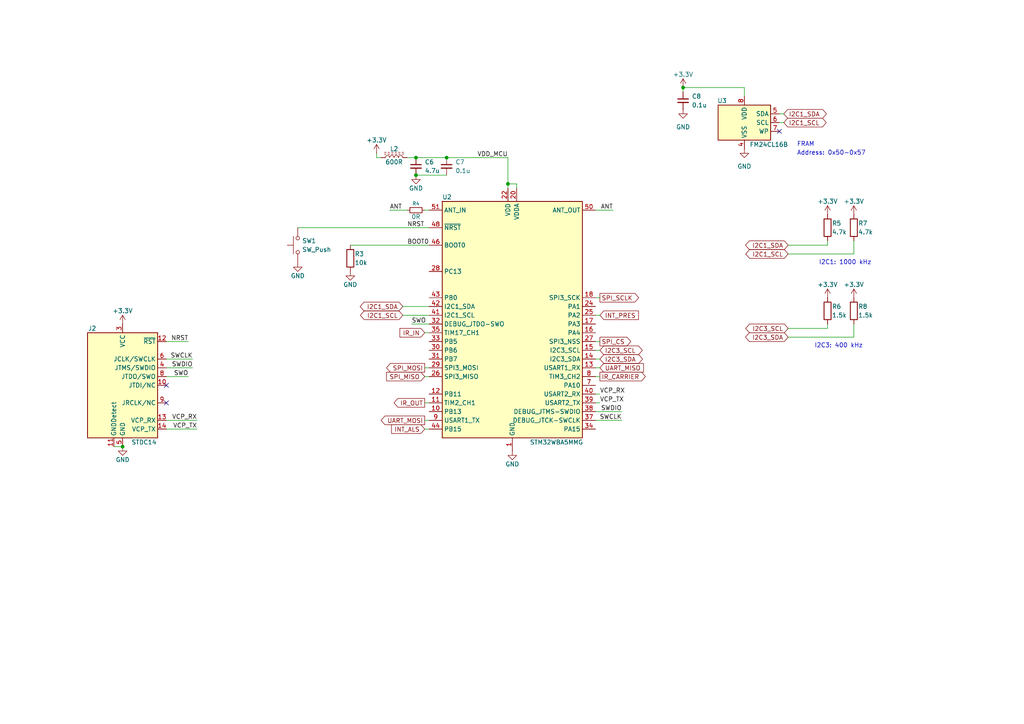
<source format=kicad_sch>
(kicad_sch (version 20250114) (generator "eeschema") (generator_version "9.0")
  (paper "A4")
  (lib_symbols
    (symbol "Connector:Conn_ST_STDC14"
      (property "Reference" "J" (at -8.89 16.51 0))
      (property "Value" "Conn_ST_STDC14" (at 17.78 16.51 0))
      (symbol "Conn_ST_STDC14_0_1"
        (rectangle (start -10.16 15.24) (end 10.16 -15.24) (stroke (width 0.254)) (fill (type background)))
      )
      (symbol "Conn_ST_STDC14_1_1"
        (pin no_connect line (at -10.16 5.08 0) (length 2.54) (hide yes) (name "NC") (number "1"))
        (pin no_connect line (at -10.16 2.54 0) (length 2.54) (hide yes) (name "NC") (number "2"))
        (pin passive line (at -2.54 -17.78 90) (length 2.54) (name "GNDDetect") (number "11"))
        (pin power_in line (at 0 17.78 270) (length 2.54) (name "VCC") (number "3"))
        (pin power_in line (at 0 -17.78 90) (length 2.54) (name "GND") (number "5"))
        (pin passive line (at 0 -17.78 90) (length 2.54) (hide yes) (name "GND") (number "7"))
        (pin open_collector line (at 12.7 12.7 180) (length 2.54) (name "~{RST}") (number "12"))
        (pin output line (at 12.7 7.62 180) (length 2.54) (name "JCLK/SWCLK") (number "6"))
        (pin bidirectional line (at 12.7 5.08 180) (length 2.54) (name "JTMS/SWDIO") (number "4"))
        (pin input line (at 12.7 2.54 180) (length 2.54) (name "JTDO/SWO") (number "8"))
        (pin output line (at 12.7 0 180) (length 2.54) (name "JTDI/NC") (number "10"))
        (pin input line (at 12.7 -5.08 180) (length 2.54) (name "JRCLK/NC") (number "9"))
        (pin output line (at 12.7 -10.16 180) (length 2.54) (name "VCP_RX") (number "13"))
        (pin input line (at 12.7 -12.7 180) (length 2.54) (name "VCP_TX") (number "14"))
      )
    )
    (symbol "DWlib:STM32WBA5MMG"
      (property "Reference" "U" (at -19.812 35.56 0))
      (property "Value" "STM32WBA5MMG" (at 16.764 35.56 0))
      (symbol "STM32WBA5MMG_0_0"
        (pin power_in line (at 0 -38.1 90) (length 3.81) (name "GND") (number "1"))
      )
      (symbol "STM32WBA5MMG_0_1"
        (rectangle (start -20.32 34.29) (end 20.32 -34.29) (stroke (width 0.254)) (fill (type background)))
      )
      (symbol "STM32WBA5MMG_1_1"
        (pin input line (at -24.13 31.75 0) (length 3.81) (name "ANT_IN") (number "51"))
        (pin bidirectional line (at -24.13 26.67 0) (length 3.81) (name "~{NRST}") (number "48"))
        (pin bidirectional line (at -24.13 21.59 0) (length 3.81) (name "BOOT0") (number "46"))
        (pin bidirectional line (at -24.13 13.97 0) (length 3.81) (name "PC13") (number "28"))
        (pin bidirectional line (at -24.13 6.35 0) (length 3.81) (name "PB0") (number "43") (alternate "USART2_TX" bidirectional line))
        (pin bidirectional line (at -24.13 3.81 0) (length 3.81) (name "PB1") (number "42") (alternate "I2C1_SDA" bidirectional line) (alternate "I2C3_SDA" bidirectional line))
        (pin bidirectional line (at -24.13 1.27 0) (length 3.81) (name "PB2") (number "41") (alternate "I2C1_SCL" bidirectional line) (alternate "I2C3_SCL" bidirectional line))
        (pin bidirectional line (at -24.13 -1.27 0) (length 3.81) (name "PB3") (number "32") (alternate "DEBUG_JTDO-SWO" bidirectional line) (alternate "I2C1_SDA" bidirectional line))
        (pin bidirectional line (at -24.13 -3.81 0) (length 3.81) (name "PB4") (number "35") (alternate "TIM17_CH1" bidirectional line) (alternate "USART2_RX" bidirectional line))
        (pin bidirectional line (at -24.13 -6.35 0) (length 3.81) (name "PB5") (number "33"))
        (pin bidirectional line (at -24.13 -8.89 0) (length 3.81) (name "PB6") (number "30") (alternate "TIM2_CH1" bidirectional line))
        (pin bidirectional line (at -24.13 -11.43 0) (length 3.81) (name "PB7") (number "31"))
        (pin bidirectional line (at -24.13 -13.97 0) (length 3.81) (name "PB8") (number "29") (alternate "SPI3_MOSI" bidirectional line) (alternate "USART2_RX" bidirectional line))
        (pin bidirectional line (at -24.13 -16.51 0) (length 3.81) (name "PB9") (number "26") (alternate "SPI3_MISO" bidirectional line))
        (pin bidirectional line (at -24.13 -21.59 0) (length 3.81) (name "PB11") (number "12"))
        (pin bidirectional line (at -24.13 -24.13 0) (length 3.81) (name "PB12") (number "11") (alternate "TIM2_CH1" bidirectional line) (alternate "USART1_TX" bidirectional line))
        (pin bidirectional line (at -24.13 -26.67 0) (length 3.81) (name "PB13") (number "10"))
        (pin bidirectional line (at -24.13 -29.21 0) (length 3.81) (name "PB14") (number "9") (alternate "USART1_TX" bidirectional line))
        (pin bidirectional line (at -24.13 -31.75 0) (length 3.81) (name "PB15") (number "44") (alternate "I2C1_SCL" bidirectional line))
        (pin power_in line (at -1.27 38.1 270) (length 3.81) (name "VDD") (number "22"))
        (pin power_in line (at 0 -38.1 90) (length 3.81) (hide yes) (name "GND") (number "19"))
        (pin power_in line (at 0 -38.1 90) (length 3.81) (hide yes) (name "GND") (number "21"))
        (pin power_in line (at 0 -38.1 90) (length 3.81) (hide yes) (name "GND") (number "23"))
        (pin power_in line (at 0 -38.1 90) (length 3.81) (hide yes) (name "GND") (number "36"))
        (pin power_in line (at 0 -38.1 90) (length 3.81) (hide yes) (name "GND") (number "45"))
        (pin power_in line (at 0 -38.1 90) (length 3.81) (hide yes) (name "GND") (number "47"))
        (pin power_in line (at 0 -38.1 90) (length 3.81) (hide yes) (name "GND") (number "49"))
        (pin power_in line (at 0 -38.1 90) (length 3.81) (hide yes) (name "GND") (number "52"))
        (pin power_in line (at 0 -38.1 90) (length 3.81) (hide yes) (name "GND") (number "53"))
        (pin power_in line (at 0 -38.1 90) (length 3.81) (hide yes) (name "GND") (number "54"))
        (pin power_in line (at 0 -38.1 90) (length 3.81) (hide yes) (name "GND") (number "55"))
        (pin power_in line (at 0 -38.1 90) (length 3.81) (hide yes) (name "GND") (number "57"))
        (pin power_in line (at 0 -38.1 90) (length 3.81) (hide yes) (name "GND") (number "58"))
        (pin power_in line (at 0 -38.1 90) (length 3.81) (hide yes) (name "GND") (number "6"))
        (pin power_in line (at 0 -38.1 90) (length 3.81) (hide yes) (name "GND") (number "60"))
        (pin power_in line (at 0 -38.1 90) (length 3.81) (hide yes) (name "GND") (number "61"))
        (pin power_in line (at 0 -38.1 90) (length 3.81) (hide yes) (name "GND") (number "62"))
        (pin power_in line (at 0 -38.1 90) (length 3.81) (hide yes) (name "GND") (number "63"))
        (pin power_in line (at 0 -38.1 90) (length 3.81) (hide yes) (name "GND") (number "64"))
        (pin power_in line (at 0 -38.1 90) (length 3.81) (hide yes) (name "GND") (number "65"))
        (pin power_in line (at 0 -38.1 90) (length 3.81) (hide yes) (name "GND") (number "66"))
        (pin power_in line (at 0 -38.1 90) (length 3.81) (hide yes) (name "GND") (number "67"))
        (pin power_in line (at 0 -38.1 90) (length 3.81) (hide yes) (name "GND") (number "68"))
        (pin power_in line (at 0 -38.1 90) (length 3.81) (hide yes) (name "GND") (number "69"))
        (pin power_in line (at 0 -38.1 90) (length 3.81) (hide yes) (name "GND") (number "70"))
        (pin power_in line (at 0 -38.1 90) (length 3.81) (hide yes) (name "GND") (number "71"))
        (pin power_in line (at 0 -38.1 90) (length 3.81) (hide yes) (name "GND") (number "72"))
        (pin power_in line (at 0 -38.1 90) (length 3.81) (hide yes) (name "GND") (number "73"))
        (pin power_in line (at 0 -38.1 90) (length 3.81) (hide yes) (name "GND") (number "74"))
        (pin power_in line (at 0 -38.1 90) (length 3.81) (hide yes) (name "GND") (number "75"))
        (pin power_in line (at 0 -38.1 90) (length 3.81) (hide yes) (name "GND") (number "76"))
        (pin power_in line (at 1.27 38.1 270) (length 3.81) (name "VDDA") (number "20"))
        (pin no_connect line (at 2.54 -34.29 90) (length 3.81) (hide yes) (name "GND") (number "2"))
        (pin no_connect line (at 2.54 -34.29 90) (length 3.81) (hide yes) (name "GND") (number "3"))
        (pin no_connect line (at 2.54 -34.29 90) (length 3.81) (hide yes) (name "GND") (number "4"))
        (pin no_connect line (at 2.54 -34.29 90) (length 3.81) (hide yes) (name "GND") (number "5"))
        (pin no_connect line (at 2.54 -34.29 90) (length 3.81) (hide yes) (name "GND") (number "56"))
        (pin no_connect line (at 2.54 -34.29 90) (length 3.81) (hide yes) (name "GND") (number "59"))
        (pin output line (at 24.13 31.75 180) (length 3.81) (name "ANT_OUT") (number "50"))
        (pin bidirectional line (at 24.13 6.35 180) (length 3.81) (name "PA0") (number "18") (alternate "SPI3_SCK" bidirectional line))
        (pin bidirectional line (at 24.13 3.81 180) (length 3.81) (name "PA1") (number "24") (alternate "TIM17_CH1" bidirectional line) (alternate "TIM3_CH2" bidirectional line))
        (pin bidirectional line (at 24.13 1.27 180) (length 3.81) (name "PA2") (number "25"))
        (pin bidirectional line (at 24.13 -1.27 180) (length 3.81) (name "PA3") (number "17"))
        (pin bidirectional line (at 24.13 -3.81 180) (length 3.81) (name "PA4") (number "16"))
        (pin bidirectional line (at 24.13 -6.35 180) (length 3.81) (name "PA5") (number "27") (alternate "SPI3_NSS" bidirectional line) (alternate "TIM2_CH1" bidirectional line))
        (pin bidirectional line (at 24.13 -8.89 180) (length 3.81) (name "PA6") (number "15") (alternate "I2C3_SCL" bidirectional line))
        (pin bidirectional line (at 24.13 -11.43 180) (length 3.81) (name "PA7") (number "14") (alternate "I2C3_SDA" bidirectional line))
        (pin bidirectional line (at 24.13 -13.97 180) (length 3.81) (name "PA8") (number "13") (alternate "USART1_RX" bidirectional line))
        (pin bidirectional line (at 24.13 -16.51 180) (length 3.81) (name "PA9") (number "8") (alternate "TIM3_CH2" bidirectional line))
        (pin bidirectional line (at 24.13 -19.05 180) (length 3.81) (name "PA10") (number "7"))
        (pin bidirectional line (at 24.13 -21.59 180) (length 3.81) (name "PA11") (number "40") (alternate "USART2_RX" bidirectional line))
        (pin bidirectional line (at 24.13 -24.13 180) (length 3.81) (name "PA12") (number "39") (alternate "USART2_TX" bidirectional line))
        (pin bidirectional line (at 24.13 -26.67 180) (length 3.81) (name "PA13") (number "38") (alternate "DEBUG_JTMS-SWDIO" bidirectional line))
        (pin bidirectional line (at 24.13 -29.21 180) (length 3.81) (name "PA14") (number "37") (alternate "DEBUG_JTCK-SWCLK" bidirectional line) (alternate "USART2_TX" bidirectional line))
        (pin bidirectional line (at 24.13 -31.75 180) (length 3.81) (name "PA15") (number "34") (alternate "I2C1_SCL" bidirectional line))
      )
    )
    (symbol "Device:C_Small" (pin_numbers (hide yes)) (pin_names (offset 0.254) (hide yes))
      (property "Reference" "C" (at 0.254 1.778 0))
      (property "Value" "C_Small" (at 0.254 -2.032 0))
      (symbol "C_Small_0_1"
        (polyline (pts (xy -1.524 0.508) (xy 1.524 0.508)) (stroke (width 0.3048)))
        (polyline (pts (xy -1.524 -0.508) (xy 1.524 -0.508)) (stroke (width 0.3302)))
      )
      (symbol "C_Small_1_1"
        (pin passive line (at 0 2.54 270) (length 2.032) (name "~") (number "1"))
        (pin passive line (at 0 -2.54 90) (length 2.032) (name "~") (number "2"))
      )
    )
    (symbol "Device:L_Ferrite" (pin_numbers (hide yes)) (pin_names (offset 1.016) (hide yes))
      (property "Reference" "L" (at -1.27 0 90))
      (property "Value" "L_Ferrite" (at 2.794 0 90))
      (symbol "L_Ferrite_0_1"
        (arc (start 0 2.54) (mid 0.6323 1.905) (end 0 1.27))
        (arc (start 0 1.27) (mid 0.6323 0.635) (end 0 0))
        (arc (start 0 0) (mid 0.6323 -0.635) (end 0 -1.27))
        (arc (start 0 -1.27) (mid 0.6323 -1.905) (end 0 -2.54))
        (polyline (pts (xy 1.016 2.286) (xy 1.016 2.794)))
        (polyline (pts (xy 1.016 1.27) (xy 1.016 1.778)))
        (polyline (pts (xy 1.016 0.254) (xy 1.016 0.762)))
        (polyline (pts (xy 1.016 -0.762) (xy 1.016 -0.254)))
        (polyline (pts (xy 1.016 -1.778) (xy 1.016 -1.27)))
        (polyline (pts (xy 1.016 -2.794) (xy 1.016 -2.286)))
        (polyline (pts (xy 1.524 2.794) (xy 1.524 2.286)))
        (polyline (pts (xy 1.524 1.778) (xy 1.524 1.27)))
        (polyline (pts (xy 1.524 0.762) (xy 1.524 0.254)))
        (polyline (pts (xy 1.524 -0.254) (xy 1.524 -0.762)))
        (polyline (pts (xy 1.524 -1.27) (xy 1.524 -1.778)))
        (polyline (pts (xy 1.524 -2.286) (xy 1.524 -2.794)))
      )
      (symbol "L_Ferrite_1_1"
        (pin passive line (at 0 3.81 270) (length 1.27) (name "1") (number "1"))
        (pin passive line (at 0 -3.81 90) (length 1.27) (name "2") (number "2"))
      )
    )
    (symbol "Device:R" (pin_numbers (hide yes)) (pin_names (offset 0))
      (property "Reference" "R" (at 2.032 0 90))
      (property "Value" "R" (at 0 0 90))
      (symbol "R_0_1"
        (rectangle (start -1.016 -2.54) (end 1.016 2.54) (stroke (width 0.254)))
      )
      (symbol "R_1_1"
        (pin passive line (at 0 3.81 270) (length 1.27) (name "~") (number "1"))
        (pin passive line (at 0 -3.81 90) (length 1.27) (name "~") (number "2"))
      )
    )
    (symbol "Device:R_Small" (pin_numbers (hide yes)) (pin_names (offset 0.254) (hide yes))
      (property "Reference" "R" (at 0 0 90))
      (property "Value" "R_Small" (at 1.778 0 90))
      (symbol "R_Small_0_1"
        (rectangle (start -0.762 1.778) (end 0.762 -1.778) (stroke (width 0.2032)))
      )
      (symbol "R_Small_1_1"
        (pin passive line (at 0 2.54 270) (length 0.762) (name "~") (number "1"))
        (pin passive line (at 0 -2.54 90) (length 0.762) (name "~") (number "2"))
      )
    )
    (symbol "Memory_NVRAM:FM24CL16B"
      (property "Reference" "U" (at -5.08 8.89 0))
      (property "Value" "FM24CL16B" (at 6.35 -8.89 0))
      (symbol "FM24CL16B_0_1"
        (rectangle (start -7.62 5.08) (end 7.62 -5.08) (stroke (width 0.254)) (fill (type background)))
      )
      (symbol "FM24CL16B_1_1"
        (pin no_connect line (at -7.62 2.54 0) (length 2.54) (hide yes) (name "~") (number "1"))
        (pin no_connect line (at -7.62 0 0) (length 2.54) (hide yes) (name "~") (number "3"))
        (pin no_connect line (at -7.62 -2.54 0) (length 2.54) (hide yes) (name "~") (number "2"))
        (pin power_in line (at 0 7.62 270) (length 2.54) (name "VDD") (number "8"))
        (pin power_in line (at 0 -7.62 90) (length 2.54) (name "VSS") (number "4"))
        (pin bidirectional line (at 10.16 2.54 180) (length 2.54) (name "SDA") (number "5"))
        (pin input line (at 10.16 0 180) (length 2.54) (name "SCL") (number "6"))
        (pin input line (at 10.16 -2.54 180) (length 2.54) (name "WP") (number "7"))
      )
    )
    (symbol "Switch:SW_Push" (pin_numbers (hide yes)) (pin_names (offset 1.016) (hide yes))
      (property "Reference" "SW" (at 1.27 2.54 0))
      (property "Value" "SW_Push" (at 0 -1.524 0))
      (symbol "SW_Push_0_1"
        (circle (center -2.032 0) (radius 0.508))
        (polyline (pts (xy 0 1.27) (xy 0 3.048)))
        (circle (center 2.032 0) (radius 0.508))
        (polyline (pts (xy 2.54 1.27) (xy -2.54 1.27)))
        (pin passive line (at -5.08 0 0) (length 2.54) (name "1") (number "1"))
        (pin passive line (at 5.08 0 180) (length 2.54) (name "2") (number "2"))
      )
    )
    (symbol "power:+3.3V" (power) (pin_numbers (hide yes)) (pin_names (offset 0) (hide yes))
      (property "Value" "+3.3V" (at 0 3.556 0))
      (symbol "+3.3V_0_1"
        (polyline (pts (xy -0.762 1.27) (xy 0 2.54)))
        (polyline (pts (xy 0 2.54) (xy 0.762 1.27)))
        (polyline (pts (xy 0 0) (xy 0 2.54)))
      )
      (symbol "+3.3V_1_1"
        (pin power_in line (at 0 0 90) (length 0) (name "~") (number "1"))
      )
    )
    (symbol "power:GND" (power) (pin_numbers (hide yes)) (pin_names (offset 0) (hide yes))
      (property "Value" "GND" (at 0 -3.81 0))
      (symbol "GND_0_1"
        (polyline (pts (xy 0 0) (xy 0 -1.27) (xy 1.27 -1.27) (xy 0 -2.54) (xy -1.27 -1.27) (xy 0 -1.27)))
      )
      (symbol "GND_1_1"
        (pin power_in line (at 0 0 270) (length 0) (name "~") (number "1"))
      )
    )
  )
  (text "I2C3: 400 kHz" (at 236.22 100.33 0) (effects (font (size 1.27 1.27)) (justify left)))
  (text "Address: 0x50-0x57" (at 231.14 44.45 0) (effects (font (size 1.27 1.27)) (justify left)))
  (text "I2C1: 1000 kHz" (at 237.49 76.2 0) (effects (font (size 1.27 1.27)) (justify left)))
  (text "FRAM" (at 231.14 41.91 0) (effects (font (size 1.27 1.27)) (justify left)))
  (junction (at 147.32 53.34))
  (junction (at 129.54 45.72))
  (junction (at 120.65 45.72))
  (junction (at 198.12 25.4))
  (junction (at 120.65 50.8))
  (junction (at 35.56 129.54))
  (no_connect (at 48.26 111.76))
  (no_connect (at 226.06 38.1))
  (no_connect (at 48.26 116.84))
  (wire (pts (xy 119.38 93.98) (xy 124.46 93.98)))
  (wire (pts (xy 240.03 69.85) (xy 240.03 71.12)))
  (wire (pts (xy 118.11 45.72) (xy 120.65 45.72)))
  (wire (pts (xy 240.03 93.98) (xy 240.03 95.25)))
  (wire (pts (xy 123.19 124.46) (xy 124.46 124.46)))
  (wire (pts (xy 173.99 99.06) (xy 172.72 99.06)))
  (wire (pts (xy 247.65 69.85) (xy 247.65 73.66)))
  (wire (pts (xy 57.15 121.92) (xy 48.26 121.92)))
  (wire (pts (xy 172.72 60.96) (xy 177.8 60.96)))
  (wire (pts (xy 57.15 124.46) (xy 48.26 124.46)))
  (wire (pts (xy 173.99 101.6) (xy 172.72 101.6)))
  (wire (pts (xy 116.84 91.44) (xy 124.46 91.44)))
  (wire (pts (xy 54.61 109.22) (xy 48.26 109.22)))
  (wire (pts (xy 123.19 60.96) (xy 124.46 60.96)))
  (wire (pts (xy 109.22 45.72) (xy 110.49 45.72)))
  (wire (pts (xy 215.9 25.4) (xy 198.12 25.4)))
  (wire (pts (xy 180.34 119.38) (xy 172.72 119.38)))
  (wire (pts (xy 120.65 45.72) (xy 129.54 45.72)))
  (wire (pts (xy 173.99 109.22) (xy 172.72 109.22)))
  (wire (pts (xy 180.34 121.92) (xy 172.72 121.92)))
  (wire (pts (xy 147.32 45.72) (xy 147.32 53.34)))
  (wire (pts (xy 173.99 114.3) (xy 172.72 114.3)))
  (wire (pts (xy 228.6 95.25) (xy 240.03 95.25)))
  (wire (pts (xy 123.19 121.92) (xy 124.46 121.92)))
  (wire (pts (xy 33.02 129.54) (xy 35.56 129.54)))
  (wire (pts (xy 228.6 71.12) (xy 240.03 71.12)))
  (wire (pts (xy 173.99 86.36) (xy 172.72 86.36)))
  (wire (pts (xy 55.88 104.14) (xy 48.26 104.14)))
  (wire (pts (xy 123.19 116.84) (xy 124.46 116.84)))
  (wire (pts (xy 55.88 106.68) (xy 48.26 106.68)))
  (wire (pts (xy 227.33 33.02) (xy 226.06 33.02)))
  (wire (pts (xy 247.65 93.98) (xy 247.65 97.79)))
  (wire (pts (xy 123.19 106.68) (xy 124.46 106.68)))
  (wire (pts (xy 198.12 25.4) (xy 198.12 26.67)))
  (wire (pts (xy 109.22 44.45) (xy 109.22 45.72)))
  (wire (pts (xy 113.03 60.96) (xy 118.11 60.96)))
  (wire (pts (xy 149.86 54.61) (xy 149.86 53.34)))
  (wire (pts (xy 54.61 99.06) (xy 48.26 99.06)))
  (wire (pts (xy 227.33 35.56) (xy 226.06 35.56)))
  (wire (pts (xy 101.6 71.12) (xy 124.46 71.12)))
  (wire (pts (xy 173.99 91.44) (xy 172.72 91.44)))
  (wire (pts (xy 173.99 116.84) (xy 172.72 116.84)))
  (wire (pts (xy 123.19 96.52) (xy 124.46 96.52)))
  (wire (pts (xy 215.9 27.94) (xy 215.9 25.4)))
  (wire (pts (xy 147.32 53.34) (xy 147.32 54.61)))
  (wire (pts (xy 129.54 45.72) (xy 147.32 45.72)))
  (wire (pts (xy 116.84 88.9) (xy 124.46 88.9)))
  (wire (pts (xy 228.6 73.66) (xy 247.65 73.66)))
  (wire (pts (xy 123.19 109.22) (xy 124.46 109.22)))
  (wire (pts (xy 120.65 50.8) (xy 129.54 50.8)))
  (wire (pts (xy 173.99 106.68) (xy 172.72 106.68)))
  (wire (pts (xy 228.6 97.79) (xy 247.65 97.79)))
  (wire (pts (xy 173.99 104.14) (xy 172.72 104.14)))
  (wire (pts (xy 149.86 53.34) (xy 147.32 53.34)))
  (wire (pts (xy 86.36 66.04) (xy 124.46 66.04)))
  (label "VCP_TX" (at 57.15 124.46 180))
  (label "SWDIO" (at 55.88 106.68 180))
  (label "BOOT0" (at 118.11 71.12 0))
  (label "NRST" (at 54.61 99.06 180))
  (label "SWCLK" (at 55.88 104.14 180))
  (label "VCP_RX" (at 57.15 121.92 180))
  (label "VCP_RX" (at 173.99 114.3 0))
  (label "SWDIO" (at 180.34 119.38 180))
  (label "ANT" (at 113.03 60.96 0))
  (label "VDD_MCU" (at 138.43 45.72 0))
  (label "SWO" (at 54.61 109.22 180))
  (label "SWO" (at 119.38 93.98 0))
  (label "NRST" (at 118.11 66.04 0))
  (label "VCP_TX" (at 173.99 116.84 0))
  (label "ANT" (at 177.8 60.96 180))
  (label "SWCLK" (at 180.34 121.92 180))
  (global_label "I2C3_SCL" (shape bidirectional) (at 173.99 101.6 0) (property "Intersheetrefs" "${INTERSHEET_REFS}" (at 185.7442 101.6 0) (effects (justify left))))
  (global_label "SPI_MISO" (shape input) (at 123.19 109.22 180) (property "Intersheetrefs" "${INTERSHEET_REFS}" (at 111.5567 109.22 0) (effects (justify right))))
  (global_label "IR_OUT" (shape output) (at 123.19 116.84 180) (property "Intersheetrefs" "${INTERSHEET_REFS}" (at 113.7338 116.84 0) (effects (justify right))))
  (global_label "I2C1_SCL" (shape bidirectional) (at 228.6 73.66 180) (property "Intersheetrefs" "${INTERSHEET_REFS}" (at 216.8458 73.66 0) (effects (justify right))))
  (global_label "SPI_MOSI" (shape output) (at 123.19 106.68 180) (property "Intersheetrefs" "${INTERSHEET_REFS}" (at 111.5567 106.68 0) (effects (justify right))))
  (global_label "IR_IN" (shape input) (at 123.19 96.52 180) (property "Intersheetrefs" "${INTERSHEET_REFS}" (at 115.4271 96.52 0) (effects (justify right))))
  (global_label "SPI_SCLK" (shape output) (at 173.99 86.36 0) (property "Intersheetrefs" "${INTERSHEET_REFS}" (at 185.8047 86.36 0) (effects (justify left))))
  (global_label "I2C1_SCL" (shape bidirectional) (at 227.33 35.56 0) (property "Intersheetrefs" "${INTERSHEET_REFS}" (at 239.0842 35.56 0) (effects (justify left))))
  (global_label "UART_MISO" (shape input) (at 173.99 106.68 0) (property "Intersheetrefs" "${INTERSHEET_REFS}" (at 187.1957 106.68 0) (effects (justify left))))
  (global_label "I2C3_SDA" (shape bidirectional) (at 173.99 104.14 0) (property "Intersheetrefs" "${INTERSHEET_REFS}" (at 185.8047 104.14 0) (effects (justify left))))
  (global_label "IR_CARRIER" (shape output) (at 173.99 109.22 0) (property "Intersheetrefs" "${INTERSHEET_REFS}" (at 187.74 109.22 0) (effects (justify left))))
  (global_label "I2C1_SDA" (shape bidirectional) (at 227.33 33.02 0) (property "Intersheetrefs" "${INTERSHEET_REFS}" (at 239.1447 33.02 0) (effects (justify left))))
  (global_label "I2C3_SDA" (shape bidirectional) (at 228.6 97.79 180) (property "Intersheetrefs" "${INTERSHEET_REFS}" (at 216.7853 97.79 0) (effects (justify right))))
  (global_label "INT_PRES" (shape input) (at 173.99 91.44 0) (property "Intersheetrefs" "${INTERSHEET_REFS}" (at 185.7442 91.44 0) (effects (justify left))))
  (global_label "INT_ALS" (shape input) (at 123.19 124.46 180) (property "Intersheetrefs" "${INTERSHEET_REFS}" (at 113.0081 124.46 0) (effects (justify right))))
  (global_label "UART_MOSI" (shape output) (at 123.19 121.92 180) (property "Intersheetrefs" "${INTERSHEET_REFS}" (at 109.9843 121.92 0) (effects (justify right))))
  (global_label "SPI_CS" (shape output) (at 173.99 99.06 0) (property "Intersheetrefs" "${INTERSHEET_REFS}" (at 183.5066 99.06 0) (effects (justify left))))
  (global_label "I2C3_SCL" (shape bidirectional) (at 228.6 95.25 180) (property "Intersheetrefs" "${INTERSHEET_REFS}" (at 216.8458 95.25 0) (effects (justify right))))
  (global_label "I2C1_SDA" (shape bidirectional) (at 116.84 88.9 180) (property "Intersheetrefs" "${INTERSHEET_REFS}" (at 105.0253 88.9 0) (effects (justify right))))
  (global_label "I2C1_SDA" (shape bidirectional) (at 228.6 71.12 180) (property "Intersheetrefs" "${INTERSHEET_REFS}" (at 216.7853 71.12 0) (effects (justify right))))
  (global_label "I2C1_SCL" (shape bidirectional) (at 116.84 91.44 180) (property "Intersheetrefs" "${INTERSHEET_REFS}" (at 105.0858 91.44 0) (effects (justify right))))
  (symbol (lib_id "power:+3.3V") (at 247.65 86.36 0) (unit 1)
    (property "Reference" "#PWR025" (effects (hide yes)))
    (property "Value" "+3.3V" (at 247.65 82.55 0))
    (property "Description" "Power symbol creates a global label with name \"+3.3V\"" (effects (hide yes)))
  )
  (symbol (lib_id "Connector:Conn_ST_STDC14") (at 35.56 111.76 0) (unit 1)
    (property "Reference" "J2" (at 27.94 95.25 0) (effects (justify right)))
    (property "Value" "STDC14" (at 38.1 128.27 0) (effects (justify left)))
    (property "Footprint" "ZMPlib:SAMTEC_FTSH-107-01-L-DV-K-A" (effects (hide yes)))
    (property "Datasheet" "https://www.st.com/content/ccc/resource/technical/document/user_manual/group1/99/49/91/b6/b2/3a/46/e5/DM00526767/files/DM00526767.pdf/jcr:content/translations/en.DM00526767.pdf" (effects (hide yes)))
    (property "Description" "ST Debug Connector, standard ARM Cortex-M SWD and JTAG interface plus UART" (effects (hide yes)))
    (property "MPN" "FTSH-107-01-L-DV-K-A" (effects (hide yes)))
    (property "Mouser PN" "200-FTSH10701LDVKA" (effects (hide yes)))
  )
  (symbol (lib_id "Device:C_Small") (at 120.65 48.26 0) (unit 1)
    (property "Reference" "C6" (at 123.19 46.9962 0) (effects (justify left)))
    (property "Value" "4.7u" (at 123.19 49.5362 0) (effects (justify left)))
    (property "Footprint" "Capacitor_SMD:C_0805_2012Metric" (effects (hide yes)))
    (property "Description" "Unpolarized capacitor, small symbol" (effects (hide yes)))
  )
  (symbol (lib_id "power:+3.3V") (at 240.03 86.36 0) (unit 1)
    (property "Reference" "#PWR023" (effects (hide yes)))
    (property "Value" "+3.3V" (at 240.03 82.55 0))
    (property "Description" "Power symbol creates a global label with name \"+3.3V\"" (effects (hide yes)))
  )
  (symbol (lib_id "power:+3.3V") (at 247.65 62.23 0) (unit 1)
    (property "Reference" "#PWR024" (effects (hide yes)))
    (property "Value" "+3.3V" (at 247.65 58.42 0))
    (property "Description" "Power symbol creates a global label with name \"+3.3V\"" (effects (hide yes)))
  )
  (symbol (lib_id "power:GND") (at 148.59 130.81 0) (unit 1)
    (property "Reference" "#PWR018" (effects (hide yes)))
    (property "Value" "GND" (at 148.59 134.62 0))
    (property "Description" "Power symbol creates a global label with name \"GND\" , ground" (effects (hide yes)))
  )
  (symbol (lib_id "power:+3.3V") (at 198.12 25.4 0) (unit 1)
    (property "Reference" "#PWR019" (effects (hide yes)))
    (property "Value" "+3.3V" (at 198.12 21.59 0))
    (property "Description" "Power symbol creates a global label with name \"+3.3V\"" (effects (hide yes)))
  )
  (symbol (lib_id "Device:C_Small") (at 198.12 29.21 0) (unit 1)
    (property "Reference" "C8" (at 200.66 27.9462 0) (effects (justify left)))
    (property "Value" "0.1u" (at 200.66 30.4862 0) (effects (justify left)))
    (property "Footprint" "Capacitor_SMD:C_0402_1005Metric" (effects (hide yes)))
    (property "Description" "Unpolarized capacitor, small symbol" (effects (hide yes)))
  )
  (symbol (lib_id "Device:L_Ferrite") (at 114.3 45.72 90) (unit 1)
    (property "Reference" "L2" (at 114.3 43.18 90))
    (property "Value" "600R" (at 114.3 46.99 90))
    (property "Footprint" "Inductor_SMD:L_0805_2012Metric" (effects (hide yes)))
    (property "Description" "Inductor with ferrite core" (effects (hide yes)))
    (property "MPN" "HZ0805E601R-10" (effects (hide yes)))
    (property "Mouser PN" "875-HZ0805E601R-10" (effects (hide yes)))
  )
  (symbol (lib_id "Device:R") (at 240.03 90.17 0) (unit 1)
    (property "Reference" "R6" (at 241.3 88.9 0) (effects (justify left)))
    (property "Value" "1.5k" (at 241.3 91.44 0) (effects (justify left)))
    (property "Footprint" "Resistor_SMD:R_0603_1608Metric" (effects (hide yes)))
    (property "Description" "Resistor" (effects (hide yes)))
  )
  (symbol (lib_id "Device:R_Small") (at 120.65 60.96 90) (unit 1)
    (property "Reference" "R4" (at 120.65 59.055 90) (effects (font (size 1.016 1.016))))
    (property "Value" "0R" (at 120.65 62.865 90))
    (property "Footprint" "Resistor_SMD:R_0402_1005Metric" (effects (hide yes)))
    (property "Description" "Resistor, small symbol" (effects (hide yes)))
  )
  (symbol (lib_id "power:GND") (at 101.6 78.74 0) (unit 1)
    (property "Reference" "#PWR015" (effects (hide yes)))
    (property "Value" "GND" (at 101.6 82.55 0))
    (property "Description" "Power symbol creates a global label with name \"GND\" , ground" (effects (hide yes)))
  )
  (symbol (lib_id "power:GND") (at 35.56 129.54 0) (unit 1)
    (property "Reference" "#PWR013" (effects (hide yes)))
    (property "Value" "GND" (at 35.56 133.35 0))
    (property "Description" "Power symbol creates a global label with name \"GND\" , ground" (effects (hide yes)))
  )
  (symbol (lib_id "power:+3.3V") (at 109.22 44.45 0) (unit 1)
    (property "Reference" "#PWR016" (effects (hide yes)))
    (property "Value" "+3.3V" (at 109.22 40.64 0))
    (property "Description" "Power symbol creates a global label with name \"+3.3V\"" (effects (hide yes)))
  )
  (symbol (lib_id "power:GND") (at 198.12 31.75 0) (unit 1)
    (property "Reference" "#PWR020" (effects (hide yes)))
    (property "Value" "GND" (at 198.12 36.83 0))
    (property "Description" "Power symbol creates a global label with name \"GND\" , ground" (effects (hide yes)))
  )
  (symbol (lib_id "Device:R") (at 247.65 90.17 0) (unit 1)
    (property "Reference" "R8" (at 248.92 88.9 0) (effects (justify left)))
    (property "Value" "1.5k" (at 248.92 91.44 0) (effects (justify left)))
    (property "Footprint" "Resistor_SMD:R_0603_1608Metric" (effects (hide yes)))
    (property "Description" "Resistor" (effects (hide yes)))
  )
  (symbol (lib_id "power:+3.3V") (at 35.56 93.98 0) (unit 1)
    (property "Reference" "#PWR012" (effects (hide yes)))
    (property "Value" "+3.3V" (at 35.56 90.17 0))
    (property "Description" "Power symbol creates a global label with name \"+3.3V\"" (effects (hide yes)))
  )
  (symbol (lib_id "power:GND") (at 215.9 43.18 0) (unit 1)
    (property "Reference" "#PWR021" (effects (hide yes)))
    (property "Value" "GND" (at 215.9 48.26 0))
    (property "Description" "Power symbol creates a global label with name \"GND\" , ground" (effects (hide yes)))
  )
  (symbol (lib_id "Device:R") (at 247.65 66.04 0) (unit 1)
    (property "Reference" "R7" (at 248.92 64.77 0) (effects (justify left)))
    (property "Value" "4.7k" (at 248.92 67.31 0) (effects (justify left)))
    (property "Footprint" "Resistor_SMD:R_0603_1608Metric" (effects (hide yes)))
    (property "Description" "Resistor" (effects (hide yes)))
  )
  (symbol (lib_id "Device:R") (at 101.6 74.93 0) (unit 1)
    (property "Reference" "R3" (at 102.87 73.66 0) (effects (justify left)))
    (property "Value" "10k" (at 102.87 76.2 0) (effects (justify left)))
    (property "Footprint" "Resistor_SMD:R_0603_1608Metric" (effects (hide yes)))
    (property "Description" "Resistor" (effects (hide yes)))
  )
  (symbol (lib_id "Device:C_Small") (at 129.54 48.26 0) (unit 1)
    (property "Reference" "C7" (at 132.08 46.9962 0) (effects (justify left)))
    (property "Value" "0.1u" (at 132.08 49.5362 0) (effects (justify left)))
    (property "Footprint" "Capacitor_SMD:C_0402_1005Metric" (effects (hide yes)))
    (property "Description" "Unpolarized capacitor, small symbol" (effects (hide yes)))
  )
  (symbol (lib_id "Memory_NVRAM:FM24CL16B") (at 215.9 35.56 0) (unit 1)
    (property "Reference" "U3" (at 210.82 29.21 0) (effects (justify right)))
    (property "Value" "FM24CL16B" (at 228.6 41.91 0) (effects (justify right)))
    (property "Footprint" "Package_SO:SOIC-8_3.9x4.9mm_P1.27mm" (effects (hide yes)))
    (property "Datasheet" "https://www.infineon.com/dgdl/Infineon-FM24CL16B_16-Kbit_(2_K_8)_Serial_(I2C)_F-RAM-DataSheet-v13_00-EN.pdf?fileId=8ac78c8c7d0d8da4017d0ec99cb241e9" (effects (hide yes)))
    (property "Description" "16Kb serial FRAM nonvolatile Memory, SOIC-8" (effects (hide yes)))
    (property "MPN" "FM24CL16B-G" (effects (hide yes)))
    (property "Mouser PN" "877-FM24CL16B-G" (effects (hide yes)))
  )
  (symbol (lib_id "power:+3.3V") (at 240.03 62.23 0) (unit 1)
    (property "Reference" "#PWR022" (effects (hide yes)))
    (property "Value" "+3.3V" (at 240.03 58.42 0))
    (property "Description" "Power symbol creates a global label with name \"+3.3V\"" (effects (hide yes)))
  )
  (symbol (lib_id "Switch:SW_Push") (at 86.36 71.12 90) (unit 1)
    (property "Reference" "SW1" (at 87.63 69.8499 90) (effects (justify right)))
    (property "Value" "SW_Push" (at 87.63 72.3899 90) (effects (justify right)))
    (property "Footprint" "Button_Switch_THT:SW_PUSH_6mm" (effects (hide yes)))
    (property "Description" "Push button switch, generic, two pins" (effects (hide yes)))
  )
  (symbol (lib_id "power:GND") (at 86.36 76.2 0) (unit 1)
    (property "Reference" "#PWR014" (effects (hide yes)))
    (property "Value" "GND" (at 86.36 80.01 0))
    (property "Description" "Power symbol creates a global label with name \"GND\" , ground" (effects (hide yes)))
  )
  (symbol (lib_id "Device:R") (at 240.03 66.04 0) (unit 1)
    (property "Reference" "R5" (at 241.3 64.77 0) (effects (justify left)))
    (property "Value" "4.7k" (at 241.3 67.31 0) (effects (justify left)))
    (property "Footprint" "Resistor_SMD:R_0603_1608Metric" (effects (hide yes)))
    (property "Description" "Resistor" (effects (hide yes)))
  )
  (symbol (lib_id "power:GND") (at 120.65 50.8 0) (unit 1)
    (property "Reference" "#PWR017" (effects (hide yes)))
    (property "Value" "GND" (at 120.65 54.61 0))
    (property "Description" "Power symbol creates a global label with name \"GND\" , ground" (effects (hide yes)))
  )
  (symbol (lib_id "DWlib:STM32WBA5MMG") (at 148.59 92.71 0) (unit 1)
    (property "Reference" "U2" (at 128.27 57.15 0) (effects (justify left)))
    (property "Value" "STM32WBA5MMG" (at 153.67 128.27 0) (effects (justify left)))
    (property "Footprint" "DWlib:STM32WBA5MMG" (effects (hide yes)))
    (property "Datasheet" "https://www.st.com/resource/en/datasheet/stm32wba5mmg.pdf" (effects (hide yes)))
    (property "Description" "Arm Cortex-M33 TZ MCU 100 MHz with 1 Mbytes of Flash memory, Bluetooth LE 6.0, 802.15.4, Zigbee, Thread" (effects (hide yes)))
    (property "MPN" "STM32WBA5MMGH6TR" (effects (hide yes)))
    (property "Mouser PN" "511-STM32WBA5MMGH6TR" (effects (hide yes)))
    (pin "41" (alternate "I2C1_SCL"))
    (pin "42" (alternate "I2C1_SDA"))
    (pin "32" (alternate "DEBUG_JTDO-SWO"))
    (pin "35" (alternate "TIM17_CH1"))
    (pin "11" (alternate "TIM2_CH1"))
    (pin "29" (alternate "SPI3_MOSI"))
    (pin "9" (alternate "USART1_TX"))
    (pin "26" (alternate "SPI3_MISO"))
    (pin "13" (alternate "USART1_RX"))
    (pin "27" (alternate "SPI3_NSS"))
    (pin "14" (alternate "I2C3_SDA"))
    (pin "8" (alternate "TIM3_CH2"))
    (pin "40" (alternate "USART2_RX"))
    (pin "39" (alternate "USART2_TX"))
    (pin "38" (alternate "DEBUG_JTMS-SWDIO"))
    (pin "18" (alternate "SPI3_SCK"))
    (pin "15" (alternate "I2C3_SCL"))
    (pin "37" (alternate "DEBUG_JTCK-SWCLK"))
  )
)
</source>
